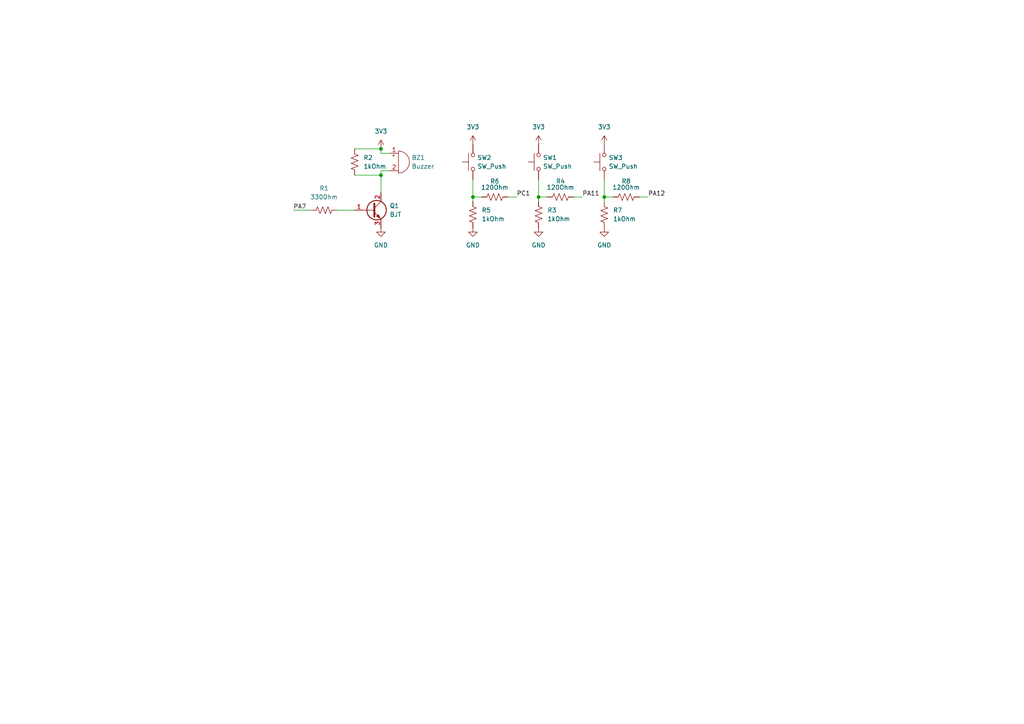
<source format=kicad_sch>
(kicad_sch (version 20250114) (generator "eeschema") (generator_version "9.0")
  (paper "A4")
  (lib_symbols
    (symbol "Device:Buzzer" (pin_names (offset 0.0254) (hide yes))
      (property "Reference" "BZ" (at 3.81 1.27 0))
      (property "Value" "Buzzer" (at 3.81 -1.27 0))
      (symbol "Buzzer_0_1"
        (polyline (pts (xy -1.651 1.905) (xy -1.143 1.905)))
        (polyline (pts (xy -1.397 2.159) (xy -1.397 1.651)))
        (arc (start 0 3.175) (mid 3.1612 0) (end 0 -3.175))
        (polyline (pts (xy 0 3.175) (xy 0 -3.175)))
      )
      (symbol "Buzzer_1_1"
        (pin passive line (at -2.54 2.54 0) (length 2.54) (name "+") (number "1"))
        (pin passive line (at -2.54 -2.54 0) (length 2.54) (name "-") (number "2"))
      )
    )
    (symbol "Device:R_US" (pin_numbers (hide yes)) (pin_names (offset 0))
      (property "Reference" "R" (at 2.54 0 90))
      (property "Value" "R_US" (at -2.54 0 90))
      (symbol "R_US_0_1"
        (polyline (pts (xy 0 2.286) (xy 0 2.54)))
        (polyline (pts (xy 0 2.286) (xy 1.016 1.905) (xy 0 1.524) (xy -1.016 1.143) (xy 0 0.762)))
        (polyline (pts (xy 0 0.762) (xy 1.016 0.381) (xy 0 0) (xy -1.016 -0.381) (xy 0 -0.762)))
        (polyline (pts (xy 0 -0.762) (xy 1.016 -1.143) (xy 0 -1.524) (xy -1.016 -1.905) (xy 0 -2.286)))
        (polyline (pts (xy 0 -2.286) (xy 0 -2.54)))
      )
      (symbol "R_US_1_1"
        (pin passive line (at 0 3.81 270) (length 1.27) (name "~") (number "1"))
        (pin passive line (at 0 -3.81 90) (length 1.27) (name "~") (number "2"))
      )
    )
    (symbol "Switch:SW_Push" (pin_numbers (hide yes)) (pin_names (offset 1.016) (hide yes))
      (property "Reference" "SW" (at 1.27 2.54 0))
      (property "Value" "SW_Push" (at 0 -1.524 0))
      (symbol "SW_Push_0_1"
        (circle (center -2.032 0) (radius 0.508))
        (polyline (pts (xy 0 1.27) (xy 0 3.048)))
        (circle (center 2.032 0) (radius 0.508))
        (polyline (pts (xy 2.54 1.27) (xy -2.54 1.27)))
        (pin passive line (at -5.08 0 0) (length 2.54) (name "1") (number "1"))
        (pin passive line (at 5.08 0 180) (length 2.54) (name "2") (number "2"))
      )
    )
    (symbol "Transistor_BJT:Q_NPN_BCE" (pin_names (offset 0) (hide yes))
      (property "Reference" "Q" (at 5.08 1.27 0))
      (property "Value" "Q_NPN_BCE" (at 5.08 -1.27 0))
      (symbol "Q_NPN_BCE_0_1"
        (polyline (pts (xy -2.54 0) (xy 0.635 0)))
        (polyline (pts (xy 0.635 1.905) (xy 0.635 -1.905)) (stroke (width 0.508)))
        (circle (center 1.27 0) (radius 2.8194) (stroke (width 0.254)))
      )
      (symbol "Q_NPN_BCE_1_1"
        (polyline (pts (xy 0.635 0.635) (xy 2.54 2.54)))
        (polyline (pts (xy 0.635 -0.635) (xy 2.54 -2.54)))
        (polyline (pts (xy 1.27 -1.778) (xy 1.778 -1.27) (xy 2.286 -2.286) (xy 1.27 -1.778)) (fill (type outline)))
        (pin input line (at -5.08 0 0) (length 2.54) (name "B") (number "1"))
        (pin passive line (at 2.54 5.08 270) (length 2.54) (name "C") (number "2"))
        (pin passive line (at 2.54 -5.08 90) (length 2.54) (name "E") (number "3"))
      )
    )
    (symbol "power:GND" (power) (pin_numbers (hide yes)) (pin_names (offset 0) (hide yes))
      (property "Value" "GND" (at 0 -3.81 0))
      (symbol "GND_0_1"
        (polyline (pts (xy 0 0) (xy 0 -1.27) (xy 1.27 -1.27) (xy 0 -2.54) (xy -1.27 -1.27) (xy 0 -1.27)))
      )
      (symbol "GND_1_1"
        (pin power_in line (at 0 0 270) (length 0) (name "~") (number "1"))
      )
    )
    (symbol "power:VCC" (power) (pin_numbers (hide yes)) (pin_names (offset 0) (hide yes))
      (property "Value" "VCC" (at 0 3.556 0))
      (symbol "VCC_0_1"
        (polyline (pts (xy -0.762 1.27) (xy 0 2.54)))
        (polyline (pts (xy 0 2.54) (xy 0.762 1.27)))
        (polyline (pts (xy 0 0) (xy 0 2.54)))
      )
      (symbol "VCC_1_1"
        (pin power_in line (at 0 0 90) (length 0) (name "~") (number "1"))
      )
    )
  )
  (junction (at 156.21 57.15))
  (junction (at 110.49 43.18))
  (junction (at 110.49 50.8))
  (junction (at 137.16 57.15))
  (junction (at 175.26 57.15))
  (wire (pts (xy 156.21 57.15) (xy 156.21 58.42)))
  (wire (pts (xy 175.26 52.07) (xy 175.26 57.15)))
  (wire (pts (xy 110.49 44.45) (xy 110.49 43.18)))
  (wire (pts (xy 147.32 57.15) (xy 149.86 57.15)))
  (wire (pts (xy 110.49 50.8) (xy 102.87 50.8)))
  (wire (pts (xy 85.09 60.96) (xy 90.17 60.96)))
  (wire (pts (xy 97.79 60.96) (xy 102.87 60.96)))
  (wire (pts (xy 156.21 57.15) (xy 158.75 57.15)))
  (wire (pts (xy 137.16 57.15) (xy 139.7 57.15)))
  (wire (pts (xy 166.37 57.15) (xy 168.91 57.15)))
  (wire (pts (xy 110.49 49.53) (xy 110.49 50.8)))
  (wire (pts (xy 110.49 50.8) (xy 110.49 55.88)))
  (wire (pts (xy 185.42 57.15) (xy 187.96 57.15)))
  (wire (pts (xy 137.16 57.15) (xy 137.16 58.42)))
  (wire (pts (xy 113.03 44.45) (xy 110.49 44.45)))
  (wire (pts (xy 175.26 57.15) (xy 177.8 57.15)))
  (wire (pts (xy 110.49 43.18) (xy 102.87 43.18)))
  (wire (pts (xy 156.21 52.07) (xy 156.21 57.15)))
  (wire (pts (xy 175.26 57.15) (xy 175.26 58.42)))
  (wire (pts (xy 113.03 49.53) (xy 110.49 49.53)))
  (wire (pts (xy 137.16 52.07) (xy 137.16 57.15)))
  (label "PA11" (at 168.91 57.15 0))
  (label "PA12" (at 187.96 57.15 0))
  (label "PA7" (at 85.09 60.96 0))
  (label "PC1" (at 149.86 57.15 0))
  (symbol (lib_id "Device:R_US") (at 143.51 57.15 90) (unit 1)
    (property "Reference" "R6" (at 143.51 52.578 90))
    (property "Value" "120Ohm" (at 143.51 54.356 90))
    (property "Description" "Resistor, US symbol" (effects (hide yes)))
  )
  (symbol (lib_id "power:GND") (at 137.16 66.04 0) (unit 1)
    (property "Reference" "#PWR06" (effects (hide yes)))
    (property "Value" "GND" (at 137.16 71.12 0))
    (property "Description" "Power symbol creates a global label with name \"GND\" , ground" (effects (hide yes)))
  )
  (symbol (lib_id "power:GND") (at 175.26 66.04 0) (unit 1)
    (property "Reference" "#PWR08" (effects (hide yes)))
    (property "Value" "GND" (at 175.26 71.12 0))
    (property "Description" "Power symbol creates a global label with name \"GND\" , ground" (effects (hide yes)))
  )
  (symbol (lib_id "Device:Buzzer") (at 115.57 46.99 0) (unit 1)
    (property "Reference" "BZ1" (at 119.38 45.7199 0) (effects (justify left)))
    (property "Value" "Buzzer" (at 119.38 48.2599 0) (effects (justify left)))
    (property "Description" "Buzzer, polarized" (effects (hide yes)))
  )
  (symbol (lib_id "Switch:SW_Push") (at 156.21 46.99 90) (unit 1)
    (property "Reference" "SW1" (at 157.48 45.7199 90) (effects (justify right)))
    (property "Value" "SW_Push" (at 157.48 48.2599 90) (effects (justify right)))
    (property "Description" "Push button switch, generic, two pins" (effects (hide yes)))
  )
  (symbol (lib_id "Device:R_US") (at 162.56 57.15 90) (unit 1)
    (property "Reference" "R4" (at 162.56 52.578 90))
    (property "Value" "120Ohm" (at 162.56 54.356 90))
    (property "Description" "Resistor, US symbol" (effects (hide yes)))
  )
  (symbol (lib_id "power:GND") (at 156.21 66.04 0) (unit 1)
    (property "Reference" "#PWR03" (effects (hide yes)))
    (property "Value" "GND" (at 156.21 71.12 0))
    (property "Description" "Power symbol creates a global label with name \"GND\" , ground" (effects (hide yes)))
  )
  (symbol (lib_id "Device:R_US") (at 175.26 62.23 0) (unit 1)
    (property "Reference" "R7" (at 177.8 60.9599 0) (effects (justify left)))
    (property "Value" "1kOhm" (at 177.8 63.4999 0) (effects (justify left)))
    (property "Description" "Resistor, US symbol" (effects (hide yes)))
  )
  (symbol (lib_id "Switch:SW_Push") (at 137.16 46.99 90) (unit 1)
    (property "Reference" "SW2" (at 138.43 45.7199 90) (effects (justify right)))
    (property "Value" "SW_Push" (at 138.43 48.2599 90) (effects (justify right)))
    (property "Description" "Push button switch, generic, two pins" (effects (hide yes)))
  )
  (symbol (lib_id "Device:R_US") (at 102.87 46.99 0) (unit 1)
    (property "Reference" "R2" (at 105.41 45.7199 0) (effects (justify left)))
    (property "Value" "1kOhm" (at 105.41 48.2599 0) (effects (justify left)))
    (property "Description" "Resistor, US symbol" (effects (hide yes)))
  )
  (symbol (lib_id "power:GND") (at 110.49 66.04 0) (unit 1)
    (property "Reference" "#PWR01" (effects (hide yes)))
    (property "Value" "GND" (at 110.49 71.12 0))
    (property "Description" "Power symbol creates a global label with name \"GND\" , ground" (effects (hide yes)))
  )
  (symbol (lib_id "Transistor_BJT:Q_NPN_BCE") (at 107.95 60.96 0) (unit 1)
    (property "Reference" "Q1" (at 113.03 59.6899 0) (effects (justify left)))
    (property "Value" "BJT" (at 113.03 62.2299 0) (effects (justify left)))
    (property "Description" "NPN transistor, base/collector/emitter" (effects (hide yes)))
  )
  (symbol (lib_id "power:VCC") (at 156.21 41.91 0) (unit 1)
    (property "Reference" "#PWR04" (effects (hide yes)))
    (property "Value" "3V3" (at 156.21 36.83 0))
    (property "Description" "Power symbol creates a global label with name \"VCC\"" (effects (hide yes)))
  )
  (symbol (lib_id "power:VCC") (at 110.49 43.18 0) (unit 1)
    (property "Reference" "#PWR02" (effects (hide yes)))
    (property "Value" "3V3" (at 110.49 38.1 0))
    (property "Description" "Power symbol creates a global label with name \"VCC\"" (effects (hide yes)))
  )
  (symbol (lib_id "power:VCC") (at 137.16 41.91 0) (unit 1)
    (property "Reference" "#PWR05" (effects (hide yes)))
    (property "Value" "3V3" (at 137.16 36.83 0))
    (property "Description" "Power symbol creates a global label with name \"VCC\"" (effects (hide yes)))
  )
  (symbol (lib_id "power:VCC") (at 175.26 41.91 0) (unit 1)
    (property "Reference" "#PWR07" (effects (hide yes)))
    (property "Value" "3V3" (at 175.26 36.83 0))
    (property "Description" "Power symbol creates a global label with name \"VCC\"" (effects (hide yes)))
  )
  (symbol (lib_id "Device:R_US") (at 156.21 62.23 0) (unit 1)
    (property "Reference" "R3" (at 158.75 60.9599 0) (effects (justify left)))
    (property "Value" "1kOhm" (at 158.75 63.4999 0) (effects (justify left)))
    (property "Description" "Resistor, US symbol" (effects (hide yes)))
  )
  (symbol (lib_id "Device:R_US") (at 93.98 60.96 90) (unit 1)
    (property "Reference" "R1" (at 93.98 54.61 90))
    (property "Value" "330Ohm" (at 93.98 57.15 90))
    (property "Description" "Resistor, US symbol" (effects (hide yes)))
  )
  (symbol (lib_id "Device:R_US") (at 181.61 57.15 90) (unit 1)
    (property "Reference" "R8" (at 181.61 52.578 90))
    (property "Value" "120Ohm" (at 181.61 54.356 90))
    (property "Description" "Resistor, US symbol" (effects (hide yes)))
  )
  (symbol (lib_id "Switch:SW_Push") (at 175.26 46.99 90) (unit 1)
    (property "Reference" "SW3" (at 176.53 45.7199 90) (effects (justify right)))
    (property "Value" "SW_Push" (at 176.53 48.2599 90) (effects (justify right)))
    (property "Description" "Push button switch, generic, two pins" (effects (hide yes)))
  )
  (symbol (lib_id "Device:R_US") (at 137.16 62.23 0) (unit 1)
    (property "Reference" "R5" (at 139.7 60.9599 0) (effects (justify left)))
    (property "Value" "1kOhm" (at 139.7 63.4999 0) (effects (justify left)))
    (property "Description" "Resistor, US symbol" (effects (hide yes)))
  )
)
</source>
